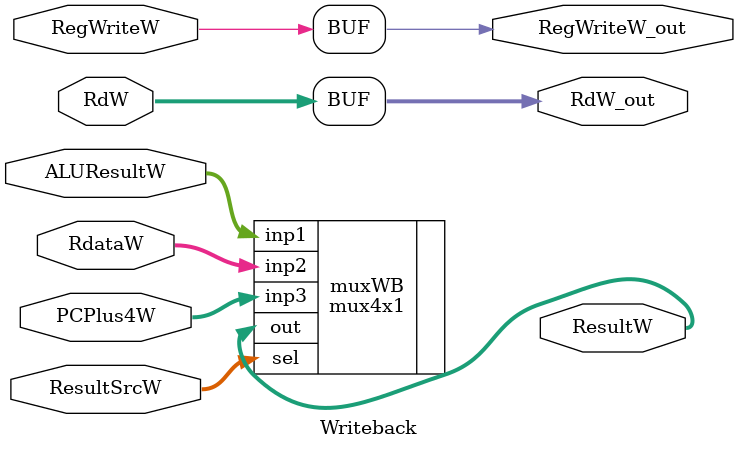
<source format=sv>
module Writeback(RegWriteW, ResultSrcW, ALUResultW, RdataW, RdW, PCPlus4W,
                    RdW_out, RegWriteW_out, ResultW
);

    input  logic         RegWriteW;
    input  logic [1:  0] ResultSrcW;
    input  logic [31: 0] ALUResultW;
    input  logic [31: 0] RdataW;
    input  logic [4:  0] RdW;
    input  logic [31: 0] PCPlus4W;

    output logic [4:  0] RdW_out;
    output logic         RegWriteW_out;
    output logic [31: 0] ResultW;

    //direct connections
    assign RegWriteW_out = RegWriteW;
    assign RdW_out       = RdW;

    mux4x1 muxWB(
        .inp1(ALUResultW),
        .inp2(RdataW),
        .inp3(PCPlus4W),
        .sel(ResultSrcW),
        .out(ResultW)
    );



endmodule
</source>
